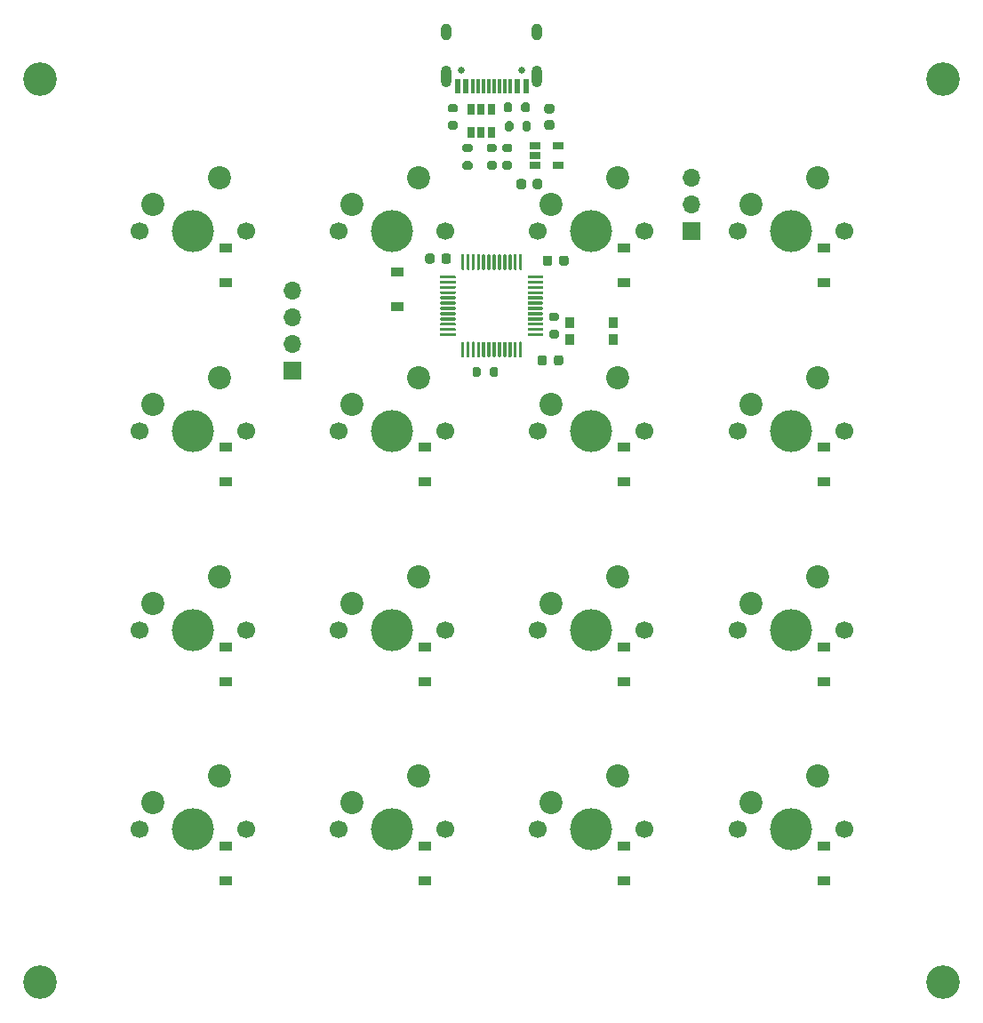
<source format=gbs>
%TF.GenerationSoftware,KiCad,Pcbnew,5.1.9+dfsg1-1+deb11u1*%
%TF.CreationDate,2023-11-03T18:58:21+01:00*%
%TF.ProjectId,pcb,7063622e-6b69-4636-9164-5f7063625858,rev?*%
%TF.SameCoordinates,Original*%
%TF.FileFunction,Soldermask,Bot*%
%TF.FilePolarity,Negative*%
%FSLAX46Y46*%
G04 Gerber Fmt 4.6, Leading zero omitted, Abs format (unit mm)*
G04 Created by KiCad (PCBNEW 5.1.9+dfsg1-1+deb11u1) date 2023-11-03 18:58:21*
%MOMM*%
%LPD*%
G01*
G04 APERTURE LIST*
%ADD10R,0.900000X1.000000*%
%ADD11R,1.700000X1.700000*%
%ADD12O,1.700000X1.700000*%
%ADD13C,3.200000*%
%ADD14R,1.060000X0.650000*%
%ADD15O,1.000000X1.600000*%
%ADD16C,0.650000*%
%ADD17O,1.000000X2.100000*%
%ADD18R,0.300000X1.450000*%
%ADD19R,0.600000X1.450000*%
%ADD20R,0.650000X1.060000*%
%ADD21R,1.200000X0.900000*%
%ADD22C,2.200000*%
%ADD23C,4.000000*%
%ADD24C,1.700000*%
G04 APERTURE END LIST*
D10*
%TO.C,SW1*%
X7450000Y18200000D03*
X7450000Y19800000D03*
X11550000Y18200000D03*
X11550000Y19800000D03*
%TD*%
D11*
%TO.C,J2*%
X19000000Y28500000D03*
D12*
X19000000Y31040000D03*
X19000000Y33580000D03*
%TD*%
D13*
%TO.C,REF\u002A\u002A*%
X-43000000Y-43000000D03*
%TD*%
%TO.C,REF\u002A\u002A*%
X43000000Y-43000000D03*
%TD*%
%TO.C,REF\u002A\u002A*%
X43000000Y43000000D03*
%TD*%
%TO.C,REF\u002A\u002A*%
X-43000000Y43000000D03*
%TD*%
D11*
%TO.C,J3*%
X-19000000Y15190000D03*
D12*
X-19000000Y17730000D03*
X-19000000Y20270000D03*
X-19000000Y22810000D03*
%TD*%
%TO.C,U1*%
G36*
G01*
X2825000Y16500000D02*
X2675000Y16500000D01*
G75*
G02*
X2600000Y16575000I0J75000D01*
G01*
X2600000Y17900000D01*
G75*
G02*
X2675000Y17975000I75000J0D01*
G01*
X2825000Y17975000D01*
G75*
G02*
X2900000Y17900000I0J-75000D01*
G01*
X2900000Y16575000D01*
G75*
G02*
X2825000Y16500000I-75000J0D01*
G01*
G37*
G36*
G01*
X2325000Y16500000D02*
X2175000Y16500000D01*
G75*
G02*
X2100000Y16575000I0J75000D01*
G01*
X2100000Y17900000D01*
G75*
G02*
X2175000Y17975000I75000J0D01*
G01*
X2325000Y17975000D01*
G75*
G02*
X2400000Y17900000I0J-75000D01*
G01*
X2400000Y16575000D01*
G75*
G02*
X2325000Y16500000I-75000J0D01*
G01*
G37*
G36*
G01*
X1825000Y16500000D02*
X1675000Y16500000D01*
G75*
G02*
X1600000Y16575000I0J75000D01*
G01*
X1600000Y17900000D01*
G75*
G02*
X1675000Y17975000I75000J0D01*
G01*
X1825000Y17975000D01*
G75*
G02*
X1900000Y17900000I0J-75000D01*
G01*
X1900000Y16575000D01*
G75*
G02*
X1825000Y16500000I-75000J0D01*
G01*
G37*
G36*
G01*
X1325000Y16500000D02*
X1175000Y16500000D01*
G75*
G02*
X1100000Y16575000I0J75000D01*
G01*
X1100000Y17900000D01*
G75*
G02*
X1175000Y17975000I75000J0D01*
G01*
X1325000Y17975000D01*
G75*
G02*
X1400000Y17900000I0J-75000D01*
G01*
X1400000Y16575000D01*
G75*
G02*
X1325000Y16500000I-75000J0D01*
G01*
G37*
G36*
G01*
X825000Y16500000D02*
X675000Y16500000D01*
G75*
G02*
X600000Y16575000I0J75000D01*
G01*
X600000Y17900000D01*
G75*
G02*
X675000Y17975000I75000J0D01*
G01*
X825000Y17975000D01*
G75*
G02*
X900000Y17900000I0J-75000D01*
G01*
X900000Y16575000D01*
G75*
G02*
X825000Y16500000I-75000J0D01*
G01*
G37*
G36*
G01*
X325000Y16500000D02*
X175000Y16500000D01*
G75*
G02*
X100000Y16575000I0J75000D01*
G01*
X100000Y17900000D01*
G75*
G02*
X175000Y17975000I75000J0D01*
G01*
X325000Y17975000D01*
G75*
G02*
X400000Y17900000I0J-75000D01*
G01*
X400000Y16575000D01*
G75*
G02*
X325000Y16500000I-75000J0D01*
G01*
G37*
G36*
G01*
X-175000Y16500000D02*
X-325000Y16500000D01*
G75*
G02*
X-400000Y16575000I0J75000D01*
G01*
X-400000Y17900000D01*
G75*
G02*
X-325000Y17975000I75000J0D01*
G01*
X-175000Y17975000D01*
G75*
G02*
X-100000Y17900000I0J-75000D01*
G01*
X-100000Y16575000D01*
G75*
G02*
X-175000Y16500000I-75000J0D01*
G01*
G37*
G36*
G01*
X-675000Y16500000D02*
X-825000Y16500000D01*
G75*
G02*
X-900000Y16575000I0J75000D01*
G01*
X-900000Y17900000D01*
G75*
G02*
X-825000Y17975000I75000J0D01*
G01*
X-675000Y17975000D01*
G75*
G02*
X-600000Y17900000I0J-75000D01*
G01*
X-600000Y16575000D01*
G75*
G02*
X-675000Y16500000I-75000J0D01*
G01*
G37*
G36*
G01*
X-1175000Y16500000D02*
X-1325000Y16500000D01*
G75*
G02*
X-1400000Y16575000I0J75000D01*
G01*
X-1400000Y17900000D01*
G75*
G02*
X-1325000Y17975000I75000J0D01*
G01*
X-1175000Y17975000D01*
G75*
G02*
X-1100000Y17900000I0J-75000D01*
G01*
X-1100000Y16575000D01*
G75*
G02*
X-1175000Y16500000I-75000J0D01*
G01*
G37*
G36*
G01*
X-1675000Y16500000D02*
X-1825000Y16500000D01*
G75*
G02*
X-1900000Y16575000I0J75000D01*
G01*
X-1900000Y17900000D01*
G75*
G02*
X-1825000Y17975000I75000J0D01*
G01*
X-1675000Y17975000D01*
G75*
G02*
X-1600000Y17900000I0J-75000D01*
G01*
X-1600000Y16575000D01*
G75*
G02*
X-1675000Y16500000I-75000J0D01*
G01*
G37*
G36*
G01*
X-2175000Y16500000D02*
X-2325000Y16500000D01*
G75*
G02*
X-2400000Y16575000I0J75000D01*
G01*
X-2400000Y17900000D01*
G75*
G02*
X-2325000Y17975000I75000J0D01*
G01*
X-2175000Y17975000D01*
G75*
G02*
X-2100000Y17900000I0J-75000D01*
G01*
X-2100000Y16575000D01*
G75*
G02*
X-2175000Y16500000I-75000J0D01*
G01*
G37*
G36*
G01*
X-2675000Y16500000D02*
X-2825000Y16500000D01*
G75*
G02*
X-2900000Y16575000I0J75000D01*
G01*
X-2900000Y17900000D01*
G75*
G02*
X-2825000Y17975000I75000J0D01*
G01*
X-2675000Y17975000D01*
G75*
G02*
X-2600000Y17900000I0J-75000D01*
G01*
X-2600000Y16575000D01*
G75*
G02*
X-2675000Y16500000I-75000J0D01*
G01*
G37*
G36*
G01*
X-3500000Y18500000D02*
X-4825000Y18500000D01*
G75*
G02*
X-4900000Y18575000I0J75000D01*
G01*
X-4900000Y18725000D01*
G75*
G02*
X-4825000Y18800000I75000J0D01*
G01*
X-3500000Y18800000D01*
G75*
G02*
X-3425000Y18725000I0J-75000D01*
G01*
X-3425000Y18575000D01*
G75*
G02*
X-3500000Y18500000I-75000J0D01*
G01*
G37*
G36*
G01*
X-3500000Y19000000D02*
X-4825000Y19000000D01*
G75*
G02*
X-4900000Y19075000I0J75000D01*
G01*
X-4900000Y19225000D01*
G75*
G02*
X-4825000Y19300000I75000J0D01*
G01*
X-3500000Y19300000D01*
G75*
G02*
X-3425000Y19225000I0J-75000D01*
G01*
X-3425000Y19075000D01*
G75*
G02*
X-3500000Y19000000I-75000J0D01*
G01*
G37*
G36*
G01*
X-3500000Y19500000D02*
X-4825000Y19500000D01*
G75*
G02*
X-4900000Y19575000I0J75000D01*
G01*
X-4900000Y19725000D01*
G75*
G02*
X-4825000Y19800000I75000J0D01*
G01*
X-3500000Y19800000D01*
G75*
G02*
X-3425000Y19725000I0J-75000D01*
G01*
X-3425000Y19575000D01*
G75*
G02*
X-3500000Y19500000I-75000J0D01*
G01*
G37*
G36*
G01*
X-3500000Y20000000D02*
X-4825000Y20000000D01*
G75*
G02*
X-4900000Y20075000I0J75000D01*
G01*
X-4900000Y20225000D01*
G75*
G02*
X-4825000Y20300000I75000J0D01*
G01*
X-3500000Y20300000D01*
G75*
G02*
X-3425000Y20225000I0J-75000D01*
G01*
X-3425000Y20075000D01*
G75*
G02*
X-3500000Y20000000I-75000J0D01*
G01*
G37*
G36*
G01*
X-3500000Y20500000D02*
X-4825000Y20500000D01*
G75*
G02*
X-4900000Y20575000I0J75000D01*
G01*
X-4900000Y20725000D01*
G75*
G02*
X-4825000Y20800000I75000J0D01*
G01*
X-3500000Y20800000D01*
G75*
G02*
X-3425000Y20725000I0J-75000D01*
G01*
X-3425000Y20575000D01*
G75*
G02*
X-3500000Y20500000I-75000J0D01*
G01*
G37*
G36*
G01*
X-3500000Y21000000D02*
X-4825000Y21000000D01*
G75*
G02*
X-4900000Y21075000I0J75000D01*
G01*
X-4900000Y21225000D01*
G75*
G02*
X-4825000Y21300000I75000J0D01*
G01*
X-3500000Y21300000D01*
G75*
G02*
X-3425000Y21225000I0J-75000D01*
G01*
X-3425000Y21075000D01*
G75*
G02*
X-3500000Y21000000I-75000J0D01*
G01*
G37*
G36*
G01*
X-3500000Y21500000D02*
X-4825000Y21500000D01*
G75*
G02*
X-4900000Y21575000I0J75000D01*
G01*
X-4900000Y21725000D01*
G75*
G02*
X-4825000Y21800000I75000J0D01*
G01*
X-3500000Y21800000D01*
G75*
G02*
X-3425000Y21725000I0J-75000D01*
G01*
X-3425000Y21575000D01*
G75*
G02*
X-3500000Y21500000I-75000J0D01*
G01*
G37*
G36*
G01*
X-3500000Y22000000D02*
X-4825000Y22000000D01*
G75*
G02*
X-4900000Y22075000I0J75000D01*
G01*
X-4900000Y22225000D01*
G75*
G02*
X-4825000Y22300000I75000J0D01*
G01*
X-3500000Y22300000D01*
G75*
G02*
X-3425000Y22225000I0J-75000D01*
G01*
X-3425000Y22075000D01*
G75*
G02*
X-3500000Y22000000I-75000J0D01*
G01*
G37*
G36*
G01*
X-3500000Y22500000D02*
X-4825000Y22500000D01*
G75*
G02*
X-4900000Y22575000I0J75000D01*
G01*
X-4900000Y22725000D01*
G75*
G02*
X-4825000Y22800000I75000J0D01*
G01*
X-3500000Y22800000D01*
G75*
G02*
X-3425000Y22725000I0J-75000D01*
G01*
X-3425000Y22575000D01*
G75*
G02*
X-3500000Y22500000I-75000J0D01*
G01*
G37*
G36*
G01*
X-3500000Y23000000D02*
X-4825000Y23000000D01*
G75*
G02*
X-4900000Y23075000I0J75000D01*
G01*
X-4900000Y23225000D01*
G75*
G02*
X-4825000Y23300000I75000J0D01*
G01*
X-3500000Y23300000D01*
G75*
G02*
X-3425000Y23225000I0J-75000D01*
G01*
X-3425000Y23075000D01*
G75*
G02*
X-3500000Y23000000I-75000J0D01*
G01*
G37*
G36*
G01*
X-3500000Y23500000D02*
X-4825000Y23500000D01*
G75*
G02*
X-4900000Y23575000I0J75000D01*
G01*
X-4900000Y23725000D01*
G75*
G02*
X-4825000Y23800000I75000J0D01*
G01*
X-3500000Y23800000D01*
G75*
G02*
X-3425000Y23725000I0J-75000D01*
G01*
X-3425000Y23575000D01*
G75*
G02*
X-3500000Y23500000I-75000J0D01*
G01*
G37*
G36*
G01*
X-3500000Y24000000D02*
X-4825000Y24000000D01*
G75*
G02*
X-4900000Y24075000I0J75000D01*
G01*
X-4900000Y24225000D01*
G75*
G02*
X-4825000Y24300000I75000J0D01*
G01*
X-3500000Y24300000D01*
G75*
G02*
X-3425000Y24225000I0J-75000D01*
G01*
X-3425000Y24075000D01*
G75*
G02*
X-3500000Y24000000I-75000J0D01*
G01*
G37*
G36*
G01*
X-2675000Y24825000D02*
X-2825000Y24825000D01*
G75*
G02*
X-2900000Y24900000I0J75000D01*
G01*
X-2900000Y26225000D01*
G75*
G02*
X-2825000Y26300000I75000J0D01*
G01*
X-2675000Y26300000D01*
G75*
G02*
X-2600000Y26225000I0J-75000D01*
G01*
X-2600000Y24900000D01*
G75*
G02*
X-2675000Y24825000I-75000J0D01*
G01*
G37*
G36*
G01*
X-2175000Y24825000D02*
X-2325000Y24825000D01*
G75*
G02*
X-2400000Y24900000I0J75000D01*
G01*
X-2400000Y26225000D01*
G75*
G02*
X-2325000Y26300000I75000J0D01*
G01*
X-2175000Y26300000D01*
G75*
G02*
X-2100000Y26225000I0J-75000D01*
G01*
X-2100000Y24900000D01*
G75*
G02*
X-2175000Y24825000I-75000J0D01*
G01*
G37*
G36*
G01*
X-1675000Y24825000D02*
X-1825000Y24825000D01*
G75*
G02*
X-1900000Y24900000I0J75000D01*
G01*
X-1900000Y26225000D01*
G75*
G02*
X-1825000Y26300000I75000J0D01*
G01*
X-1675000Y26300000D01*
G75*
G02*
X-1600000Y26225000I0J-75000D01*
G01*
X-1600000Y24900000D01*
G75*
G02*
X-1675000Y24825000I-75000J0D01*
G01*
G37*
G36*
G01*
X-1175000Y24825000D02*
X-1325000Y24825000D01*
G75*
G02*
X-1400000Y24900000I0J75000D01*
G01*
X-1400000Y26225000D01*
G75*
G02*
X-1325000Y26300000I75000J0D01*
G01*
X-1175000Y26300000D01*
G75*
G02*
X-1100000Y26225000I0J-75000D01*
G01*
X-1100000Y24900000D01*
G75*
G02*
X-1175000Y24825000I-75000J0D01*
G01*
G37*
G36*
G01*
X-675000Y24825000D02*
X-825000Y24825000D01*
G75*
G02*
X-900000Y24900000I0J75000D01*
G01*
X-900000Y26225000D01*
G75*
G02*
X-825000Y26300000I75000J0D01*
G01*
X-675000Y26300000D01*
G75*
G02*
X-600000Y26225000I0J-75000D01*
G01*
X-600000Y24900000D01*
G75*
G02*
X-675000Y24825000I-75000J0D01*
G01*
G37*
G36*
G01*
X-175000Y24825000D02*
X-325000Y24825000D01*
G75*
G02*
X-400000Y24900000I0J75000D01*
G01*
X-400000Y26225000D01*
G75*
G02*
X-325000Y26300000I75000J0D01*
G01*
X-175000Y26300000D01*
G75*
G02*
X-100000Y26225000I0J-75000D01*
G01*
X-100000Y24900000D01*
G75*
G02*
X-175000Y24825000I-75000J0D01*
G01*
G37*
G36*
G01*
X325000Y24825000D02*
X175000Y24825000D01*
G75*
G02*
X100000Y24900000I0J75000D01*
G01*
X100000Y26225000D01*
G75*
G02*
X175000Y26300000I75000J0D01*
G01*
X325000Y26300000D01*
G75*
G02*
X400000Y26225000I0J-75000D01*
G01*
X400000Y24900000D01*
G75*
G02*
X325000Y24825000I-75000J0D01*
G01*
G37*
G36*
G01*
X825000Y24825000D02*
X675000Y24825000D01*
G75*
G02*
X600000Y24900000I0J75000D01*
G01*
X600000Y26225000D01*
G75*
G02*
X675000Y26300000I75000J0D01*
G01*
X825000Y26300000D01*
G75*
G02*
X900000Y26225000I0J-75000D01*
G01*
X900000Y24900000D01*
G75*
G02*
X825000Y24825000I-75000J0D01*
G01*
G37*
G36*
G01*
X1325000Y24825000D02*
X1175000Y24825000D01*
G75*
G02*
X1100000Y24900000I0J75000D01*
G01*
X1100000Y26225000D01*
G75*
G02*
X1175000Y26300000I75000J0D01*
G01*
X1325000Y26300000D01*
G75*
G02*
X1400000Y26225000I0J-75000D01*
G01*
X1400000Y24900000D01*
G75*
G02*
X1325000Y24825000I-75000J0D01*
G01*
G37*
G36*
G01*
X1825000Y24825000D02*
X1675000Y24825000D01*
G75*
G02*
X1600000Y24900000I0J75000D01*
G01*
X1600000Y26225000D01*
G75*
G02*
X1675000Y26300000I75000J0D01*
G01*
X1825000Y26300000D01*
G75*
G02*
X1900000Y26225000I0J-75000D01*
G01*
X1900000Y24900000D01*
G75*
G02*
X1825000Y24825000I-75000J0D01*
G01*
G37*
G36*
G01*
X2325000Y24825000D02*
X2175000Y24825000D01*
G75*
G02*
X2100000Y24900000I0J75000D01*
G01*
X2100000Y26225000D01*
G75*
G02*
X2175000Y26300000I75000J0D01*
G01*
X2325000Y26300000D01*
G75*
G02*
X2400000Y26225000I0J-75000D01*
G01*
X2400000Y24900000D01*
G75*
G02*
X2325000Y24825000I-75000J0D01*
G01*
G37*
G36*
G01*
X2825000Y24825000D02*
X2675000Y24825000D01*
G75*
G02*
X2600000Y24900000I0J75000D01*
G01*
X2600000Y26225000D01*
G75*
G02*
X2675000Y26300000I75000J0D01*
G01*
X2825000Y26300000D01*
G75*
G02*
X2900000Y26225000I0J-75000D01*
G01*
X2900000Y24900000D01*
G75*
G02*
X2825000Y24825000I-75000J0D01*
G01*
G37*
G36*
G01*
X4825000Y24000000D02*
X3500000Y24000000D01*
G75*
G02*
X3425000Y24075000I0J75000D01*
G01*
X3425000Y24225000D01*
G75*
G02*
X3500000Y24300000I75000J0D01*
G01*
X4825000Y24300000D01*
G75*
G02*
X4900000Y24225000I0J-75000D01*
G01*
X4900000Y24075000D01*
G75*
G02*
X4825000Y24000000I-75000J0D01*
G01*
G37*
G36*
G01*
X4825000Y23500000D02*
X3500000Y23500000D01*
G75*
G02*
X3425000Y23575000I0J75000D01*
G01*
X3425000Y23725000D01*
G75*
G02*
X3500000Y23800000I75000J0D01*
G01*
X4825000Y23800000D01*
G75*
G02*
X4900000Y23725000I0J-75000D01*
G01*
X4900000Y23575000D01*
G75*
G02*
X4825000Y23500000I-75000J0D01*
G01*
G37*
G36*
G01*
X4825000Y23000000D02*
X3500000Y23000000D01*
G75*
G02*
X3425000Y23075000I0J75000D01*
G01*
X3425000Y23225000D01*
G75*
G02*
X3500000Y23300000I75000J0D01*
G01*
X4825000Y23300000D01*
G75*
G02*
X4900000Y23225000I0J-75000D01*
G01*
X4900000Y23075000D01*
G75*
G02*
X4825000Y23000000I-75000J0D01*
G01*
G37*
G36*
G01*
X4825000Y22500000D02*
X3500000Y22500000D01*
G75*
G02*
X3425000Y22575000I0J75000D01*
G01*
X3425000Y22725000D01*
G75*
G02*
X3500000Y22800000I75000J0D01*
G01*
X4825000Y22800000D01*
G75*
G02*
X4900000Y22725000I0J-75000D01*
G01*
X4900000Y22575000D01*
G75*
G02*
X4825000Y22500000I-75000J0D01*
G01*
G37*
G36*
G01*
X4825000Y22000000D02*
X3500000Y22000000D01*
G75*
G02*
X3425000Y22075000I0J75000D01*
G01*
X3425000Y22225000D01*
G75*
G02*
X3500000Y22300000I75000J0D01*
G01*
X4825000Y22300000D01*
G75*
G02*
X4900000Y22225000I0J-75000D01*
G01*
X4900000Y22075000D01*
G75*
G02*
X4825000Y22000000I-75000J0D01*
G01*
G37*
G36*
G01*
X4825000Y21500000D02*
X3500000Y21500000D01*
G75*
G02*
X3425000Y21575000I0J75000D01*
G01*
X3425000Y21725000D01*
G75*
G02*
X3500000Y21800000I75000J0D01*
G01*
X4825000Y21800000D01*
G75*
G02*
X4900000Y21725000I0J-75000D01*
G01*
X4900000Y21575000D01*
G75*
G02*
X4825000Y21500000I-75000J0D01*
G01*
G37*
G36*
G01*
X4825000Y21000000D02*
X3500000Y21000000D01*
G75*
G02*
X3425000Y21075000I0J75000D01*
G01*
X3425000Y21225000D01*
G75*
G02*
X3500000Y21300000I75000J0D01*
G01*
X4825000Y21300000D01*
G75*
G02*
X4900000Y21225000I0J-75000D01*
G01*
X4900000Y21075000D01*
G75*
G02*
X4825000Y21000000I-75000J0D01*
G01*
G37*
G36*
G01*
X4825000Y20500000D02*
X3500000Y20500000D01*
G75*
G02*
X3425000Y20575000I0J75000D01*
G01*
X3425000Y20725000D01*
G75*
G02*
X3500000Y20800000I75000J0D01*
G01*
X4825000Y20800000D01*
G75*
G02*
X4900000Y20725000I0J-75000D01*
G01*
X4900000Y20575000D01*
G75*
G02*
X4825000Y20500000I-75000J0D01*
G01*
G37*
G36*
G01*
X4825000Y20000000D02*
X3500000Y20000000D01*
G75*
G02*
X3425000Y20075000I0J75000D01*
G01*
X3425000Y20225000D01*
G75*
G02*
X3500000Y20300000I75000J0D01*
G01*
X4825000Y20300000D01*
G75*
G02*
X4900000Y20225000I0J-75000D01*
G01*
X4900000Y20075000D01*
G75*
G02*
X4825000Y20000000I-75000J0D01*
G01*
G37*
G36*
G01*
X4825000Y19500000D02*
X3500000Y19500000D01*
G75*
G02*
X3425000Y19575000I0J75000D01*
G01*
X3425000Y19725000D01*
G75*
G02*
X3500000Y19800000I75000J0D01*
G01*
X4825000Y19800000D01*
G75*
G02*
X4900000Y19725000I0J-75000D01*
G01*
X4900000Y19575000D01*
G75*
G02*
X4825000Y19500000I-75000J0D01*
G01*
G37*
G36*
G01*
X4825000Y19000000D02*
X3500000Y19000000D01*
G75*
G02*
X3425000Y19075000I0J75000D01*
G01*
X3425000Y19225000D01*
G75*
G02*
X3500000Y19300000I75000J0D01*
G01*
X4825000Y19300000D01*
G75*
G02*
X4900000Y19225000I0J-75000D01*
G01*
X4900000Y19075000D01*
G75*
G02*
X4825000Y19000000I-75000J0D01*
G01*
G37*
G36*
G01*
X4825000Y18500000D02*
X3500000Y18500000D01*
G75*
G02*
X3425000Y18575000I0J75000D01*
G01*
X3425000Y18725000D01*
G75*
G02*
X3500000Y18800000I75000J0D01*
G01*
X4825000Y18800000D01*
G75*
G02*
X4900000Y18725000I0J-75000D01*
G01*
X4900000Y18575000D01*
G75*
G02*
X4825000Y18500000I-75000J0D01*
G01*
G37*
%TD*%
D14*
%TO.C,U2*%
X4100000Y34750000D03*
X4100000Y35700000D03*
X4100000Y36650000D03*
X6300000Y36650000D03*
X6300000Y34750000D03*
%TD*%
D15*
%TO.C,J1*%
X4320000Y47450001D03*
D16*
X2890000Y43800001D03*
D15*
X-4320000Y47450001D03*
D16*
X-2890000Y43800001D03*
D17*
X-4320000Y43270001D03*
X4320000Y43270001D03*
D18*
X-250000Y42355001D03*
X1750000Y42355001D03*
X1250000Y42355001D03*
X750000Y42355001D03*
X250000Y42355001D03*
X-750000Y42355001D03*
X-1250000Y42355001D03*
X-1750000Y42355001D03*
D19*
X3250000Y42355001D03*
X2450000Y42355001D03*
X-2450000Y42355001D03*
X-3250000Y42355001D03*
X-3250000Y42355001D03*
X-2450000Y42355001D03*
X2450000Y42355001D03*
X3250000Y42355001D03*
%TD*%
%TO.C,R5*%
G36*
G01*
X1975000Y40575000D02*
X1975000Y40025000D01*
G75*
G02*
X1775000Y39825000I-200000J0D01*
G01*
X1375000Y39825000D01*
G75*
G02*
X1175000Y40025000I0J200000D01*
G01*
X1175000Y40575000D01*
G75*
G02*
X1375000Y40775000I200000J0D01*
G01*
X1775000Y40775000D01*
G75*
G02*
X1975000Y40575000I0J-200000D01*
G01*
G37*
G36*
G01*
X3625000Y40575000D02*
X3625000Y40025000D01*
G75*
G02*
X3425000Y39825000I-200000J0D01*
G01*
X3025000Y39825000D01*
G75*
G02*
X2825000Y40025000I0J200000D01*
G01*
X2825000Y40575000D01*
G75*
G02*
X3025000Y40775000I200000J0D01*
G01*
X3425000Y40775000D01*
G75*
G02*
X3625000Y40575000I0J-200000D01*
G01*
G37*
%TD*%
%TO.C,R4*%
G36*
G01*
X-3425000Y38175000D02*
X-3975000Y38175000D01*
G75*
G02*
X-4175000Y38375000I0J200000D01*
G01*
X-4175000Y38775000D01*
G75*
G02*
X-3975000Y38975000I200000J0D01*
G01*
X-3425000Y38975000D01*
G75*
G02*
X-3225000Y38775000I0J-200000D01*
G01*
X-3225000Y38375000D01*
G75*
G02*
X-3425000Y38175000I-200000J0D01*
G01*
G37*
G36*
G01*
X-3425000Y39825000D02*
X-3975000Y39825000D01*
G75*
G02*
X-4175000Y40025000I0J200000D01*
G01*
X-4175000Y40425000D01*
G75*
G02*
X-3975000Y40625000I200000J0D01*
G01*
X-3425000Y40625000D01*
G75*
G02*
X-3225000Y40425000I0J-200000D01*
G01*
X-3225000Y40025000D01*
G75*
G02*
X-3425000Y39825000I-200000J0D01*
G01*
G37*
%TD*%
%TO.C,R6*%
G36*
G01*
X-275000Y36825000D02*
X275000Y36825000D01*
G75*
G02*
X475000Y36625000I0J-200000D01*
G01*
X475000Y36225000D01*
G75*
G02*
X275000Y36025000I-200000J0D01*
G01*
X-275000Y36025000D01*
G75*
G02*
X-475000Y36225000I0J200000D01*
G01*
X-475000Y36625000D01*
G75*
G02*
X-275000Y36825000I200000J0D01*
G01*
G37*
G36*
G01*
X-275000Y35175000D02*
X275000Y35175000D01*
G75*
G02*
X475000Y34975000I0J-200000D01*
G01*
X475000Y34575000D01*
G75*
G02*
X275000Y34375000I-200000J0D01*
G01*
X-275000Y34375000D01*
G75*
G02*
X-475000Y34575000I0J200000D01*
G01*
X-475000Y34975000D01*
G75*
G02*
X-275000Y35175000I200000J0D01*
G01*
G37*
%TD*%
%TO.C,R7*%
G36*
G01*
X-2575000Y35175000D02*
X-2025000Y35175000D01*
G75*
G02*
X-1825000Y34975000I0J-200000D01*
G01*
X-1825000Y34575000D01*
G75*
G02*
X-2025000Y34375000I-200000J0D01*
G01*
X-2575000Y34375000D01*
G75*
G02*
X-2775000Y34575000I0J200000D01*
G01*
X-2775000Y34975000D01*
G75*
G02*
X-2575000Y35175000I200000J0D01*
G01*
G37*
G36*
G01*
X-2575000Y36825000D02*
X-2025000Y36825000D01*
G75*
G02*
X-1825000Y36625000I0J-200000D01*
G01*
X-1825000Y36225000D01*
G75*
G02*
X-2025000Y36025000I-200000J0D01*
G01*
X-2575000Y36025000D01*
G75*
G02*
X-2775000Y36225000I0J200000D01*
G01*
X-2775000Y36625000D01*
G75*
G02*
X-2575000Y36825000I200000J0D01*
G01*
G37*
%TD*%
%TO.C,R8*%
G36*
G01*
X1225000Y35175000D02*
X1775000Y35175000D01*
G75*
G02*
X1975000Y34975000I0J-200000D01*
G01*
X1975000Y34575000D01*
G75*
G02*
X1775000Y34375000I-200000J0D01*
G01*
X1225000Y34375000D01*
G75*
G02*
X1025000Y34575000I0J200000D01*
G01*
X1025000Y34975000D01*
G75*
G02*
X1225000Y35175000I200000J0D01*
G01*
G37*
G36*
G01*
X1225000Y36825000D02*
X1775000Y36825000D01*
G75*
G02*
X1975000Y36625000I0J-200000D01*
G01*
X1975000Y36225000D01*
G75*
G02*
X1775000Y36025000I-200000J0D01*
G01*
X1225000Y36025000D01*
G75*
G02*
X1025000Y36225000I0J200000D01*
G01*
X1025000Y36625000D01*
G75*
G02*
X1225000Y36825000I200000J0D01*
G01*
G37*
%TD*%
D20*
%TO.C,U3*%
X-50000Y37900000D03*
X-1000000Y37900000D03*
X-1950000Y37900000D03*
X-1950000Y40100000D03*
X-50000Y40100000D03*
X-1000000Y40100000D03*
%TD*%
%TO.C,C1*%
G36*
G01*
X5750000Y38175000D02*
X5250000Y38175000D01*
G75*
G02*
X5025000Y38400000I0J225000D01*
G01*
X5025000Y38850000D01*
G75*
G02*
X5250000Y39075000I225000J0D01*
G01*
X5750000Y39075000D01*
G75*
G02*
X5975000Y38850000I0J-225000D01*
G01*
X5975000Y38400000D01*
G75*
G02*
X5750000Y38175000I-225000J0D01*
G01*
G37*
G36*
G01*
X5750000Y39725000D02*
X5250000Y39725000D01*
G75*
G02*
X5025000Y39950000I0J225000D01*
G01*
X5025000Y40400000D01*
G75*
G02*
X5250000Y40625000I225000J0D01*
G01*
X5750000Y40625000D01*
G75*
G02*
X5975000Y40400000I0J-225000D01*
G01*
X5975000Y39950000D01*
G75*
G02*
X5750000Y39725000I-225000J0D01*
G01*
G37*
%TD*%
%TO.C,C3*%
G36*
G01*
X4825000Y33250000D02*
X4825000Y32750000D01*
G75*
G02*
X4600000Y32525000I-225000J0D01*
G01*
X4150000Y32525000D01*
G75*
G02*
X3925000Y32750000I0J225000D01*
G01*
X3925000Y33250000D01*
G75*
G02*
X4150000Y33475000I225000J0D01*
G01*
X4600000Y33475000D01*
G75*
G02*
X4825000Y33250000I0J-225000D01*
G01*
G37*
G36*
G01*
X3275000Y33250000D02*
X3275000Y32750000D01*
G75*
G02*
X3050000Y32525000I-225000J0D01*
G01*
X2600000Y32525000D01*
G75*
G02*
X2375000Y32750000I0J225000D01*
G01*
X2375000Y33250000D01*
G75*
G02*
X2600000Y33475000I225000J0D01*
G01*
X3050000Y33475000D01*
G75*
G02*
X3275000Y33250000I0J-225000D01*
G01*
G37*
%TD*%
%TO.C,FB1*%
G36*
G01*
X1275000Y38225000D02*
X1275000Y38775000D01*
G75*
G02*
X1475000Y38975000I200000J0D01*
G01*
X1875000Y38975000D01*
G75*
G02*
X2075000Y38775000I0J-200000D01*
G01*
X2075000Y38225000D01*
G75*
G02*
X1875000Y38025000I-200000J0D01*
G01*
X1475000Y38025000D01*
G75*
G02*
X1275000Y38225000I0J200000D01*
G01*
G37*
G36*
G01*
X2925000Y38225000D02*
X2925000Y38775000D01*
G75*
G02*
X3125000Y38975000I200000J0D01*
G01*
X3525000Y38975000D01*
G75*
G02*
X3725000Y38775000I0J-200000D01*
G01*
X3725000Y38225000D01*
G75*
G02*
X3525000Y38025000I-200000J0D01*
G01*
X3125000Y38025000D01*
G75*
G02*
X2925000Y38225000I0J200000D01*
G01*
G37*
%TD*%
%TO.C,C8*%
G36*
G01*
X6425000Y25450000D02*
X6425000Y25950000D01*
G75*
G02*
X6650000Y26175000I225000J0D01*
G01*
X7100000Y26175000D01*
G75*
G02*
X7325000Y25950000I0J-225000D01*
G01*
X7325000Y25450000D01*
G75*
G02*
X7100000Y25225000I-225000J0D01*
G01*
X6650000Y25225000D01*
G75*
G02*
X6425000Y25450000I0J225000D01*
G01*
G37*
G36*
G01*
X4875000Y25450000D02*
X4875000Y25950000D01*
G75*
G02*
X5100000Y26175000I225000J0D01*
G01*
X5550000Y26175000D01*
G75*
G02*
X5775000Y25950000I0J-225000D01*
G01*
X5775000Y25450000D01*
G75*
G02*
X5550000Y25225000I-225000J0D01*
G01*
X5100000Y25225000D01*
G75*
G02*
X4875000Y25450000I0J225000D01*
G01*
G37*
%TD*%
%TO.C,C9*%
G36*
G01*
X-3875000Y26150000D02*
X-3875000Y25650000D01*
G75*
G02*
X-4100000Y25425000I-225000J0D01*
G01*
X-4550000Y25425000D01*
G75*
G02*
X-4775000Y25650000I0J225000D01*
G01*
X-4775000Y26150000D01*
G75*
G02*
X-4550000Y26375000I225000J0D01*
G01*
X-4100000Y26375000D01*
G75*
G02*
X-3875000Y26150000I0J-225000D01*
G01*
G37*
G36*
G01*
X-5425000Y26150000D02*
X-5425000Y25650000D01*
G75*
G02*
X-5650000Y25425000I-225000J0D01*
G01*
X-6100000Y25425000D01*
G75*
G02*
X-6325000Y25650000I0J225000D01*
G01*
X-6325000Y26150000D01*
G75*
G02*
X-6100000Y26375000I225000J0D01*
G01*
X-5650000Y26375000D01*
G75*
G02*
X-5425000Y26150000I0J-225000D01*
G01*
G37*
%TD*%
%TO.C,C10*%
G36*
G01*
X5925000Y15950000D02*
X5925000Y16450000D01*
G75*
G02*
X6150000Y16675000I225000J0D01*
G01*
X6600000Y16675000D01*
G75*
G02*
X6825000Y16450000I0J-225000D01*
G01*
X6825000Y15950000D01*
G75*
G02*
X6600000Y15725000I-225000J0D01*
G01*
X6150000Y15725000D01*
G75*
G02*
X5925000Y15950000I0J225000D01*
G01*
G37*
G36*
G01*
X4375000Y15950000D02*
X4375000Y16450000D01*
G75*
G02*
X4600000Y16675000I225000J0D01*
G01*
X5050000Y16675000D01*
G75*
G02*
X5275000Y16450000I0J-225000D01*
G01*
X5275000Y15950000D01*
G75*
G02*
X5050000Y15725000I-225000J0D01*
G01*
X4600000Y15725000D01*
G75*
G02*
X4375000Y15950000I0J225000D01*
G01*
G37*
%TD*%
%TO.C,R1*%
G36*
G01*
X6225000Y18295000D02*
X5675000Y18295000D01*
G75*
G02*
X5475000Y18495000I0J200000D01*
G01*
X5475000Y18895000D01*
G75*
G02*
X5675000Y19095000I200000J0D01*
G01*
X6225000Y19095000D01*
G75*
G02*
X6425000Y18895000I0J-200000D01*
G01*
X6425000Y18495000D01*
G75*
G02*
X6225000Y18295000I-200000J0D01*
G01*
G37*
G36*
G01*
X6225000Y19945000D02*
X5675000Y19945000D01*
G75*
G02*
X5475000Y20145000I0J200000D01*
G01*
X5475000Y20545000D01*
G75*
G02*
X5675000Y20745000I200000J0D01*
G01*
X6225000Y20745000D01*
G75*
G02*
X6425000Y20545000I0J-200000D01*
G01*
X6425000Y20145000D01*
G75*
G02*
X6225000Y19945000I-200000J0D01*
G01*
G37*
%TD*%
D21*
%TO.C,D5*%
X-25360000Y26930000D03*
X-25360000Y23630000D03*
%TD*%
%TO.C,D6*%
X-25360000Y7930000D03*
X-25360000Y4630000D03*
%TD*%
%TO.C,D7*%
X-25360000Y-14370000D03*
X-25360000Y-11070000D03*
%TD*%
%TO.C,D8*%
X-25360000Y-33370000D03*
X-25360000Y-30070000D03*
%TD*%
%TO.C,D9*%
X-9000000Y21350000D03*
X-9000000Y24650000D03*
%TD*%
%TO.C,D10*%
X-6360000Y4630000D03*
X-6360000Y7930000D03*
%TD*%
%TO.C,D11*%
X-6360000Y-14370000D03*
X-6360000Y-11070000D03*
%TD*%
%TO.C,D12*%
X-6360000Y-30070000D03*
X-6360000Y-33370000D03*
%TD*%
%TO.C,D13*%
X12640000Y26930000D03*
X12640000Y23630000D03*
%TD*%
%TO.C,D14*%
X12640000Y7930000D03*
X12640000Y4630000D03*
%TD*%
%TO.C,D15*%
X12640000Y-14370000D03*
X12640000Y-11070000D03*
%TD*%
%TO.C,D16*%
X12640000Y-33370000D03*
X12640000Y-30070000D03*
%TD*%
%TO.C,D17*%
X31640000Y26930000D03*
X31640000Y23630000D03*
%TD*%
%TO.C,D18*%
X31640000Y4630000D03*
X31640000Y7930000D03*
%TD*%
%TO.C,D19*%
X31640000Y-11070000D03*
X31640000Y-14370000D03*
%TD*%
%TO.C,D20*%
X31640000Y-30070000D03*
X31640000Y-33370000D03*
%TD*%
D22*
%TO.C,SW2*%
X-25960000Y33580000D03*
X-32310000Y31040000D03*
D23*
X-28500000Y28500000D03*
D24*
X-33580000Y28500000D03*
X-23420000Y28500000D03*
%TD*%
D22*
%TO.C,SW3*%
X-25960000Y14580000D03*
X-32310000Y12040000D03*
D23*
X-28500000Y9500000D03*
D24*
X-33580000Y9500000D03*
X-23420000Y9500000D03*
%TD*%
%TO.C,SW4*%
X-23420000Y-9500000D03*
X-33580000Y-9500000D03*
D23*
X-28500000Y-9500000D03*
D22*
X-32310000Y-6960000D03*
X-25960000Y-4420000D03*
%TD*%
D24*
%TO.C,SW5*%
X-23420000Y-28500000D03*
X-33580000Y-28500000D03*
D23*
X-28500000Y-28500000D03*
D22*
X-32310000Y-25960000D03*
X-25960000Y-23420000D03*
%TD*%
%TO.C,SW6*%
X-6960000Y33580000D03*
X-13310000Y31040000D03*
D23*
X-9500000Y28500000D03*
D24*
X-14580000Y28500000D03*
X-4420000Y28500000D03*
%TD*%
D22*
%TO.C,SW7*%
X-6960000Y14580000D03*
X-13310000Y12040000D03*
D23*
X-9500000Y9500000D03*
D24*
X-14580000Y9500000D03*
X-4420000Y9500000D03*
%TD*%
%TO.C,SW8*%
X-4420000Y-9500000D03*
X-14580000Y-9500000D03*
D23*
X-9500000Y-9500000D03*
D22*
X-13310000Y-6960000D03*
X-6960000Y-4420000D03*
%TD*%
D24*
%TO.C,SW9*%
X-4420000Y-28500000D03*
X-14580000Y-28500000D03*
D23*
X-9500000Y-28500000D03*
D22*
X-13310000Y-25960000D03*
X-6960000Y-23420000D03*
%TD*%
D24*
%TO.C,SW10*%
X14580000Y28500000D03*
X4420000Y28500000D03*
D23*
X9500000Y28500000D03*
D22*
X5690000Y31040000D03*
X12040000Y33580000D03*
%TD*%
%TO.C,SW11*%
X12040000Y14580000D03*
X5690000Y12040000D03*
D23*
X9500000Y9500000D03*
D24*
X4420000Y9500000D03*
X14580000Y9500000D03*
%TD*%
%TO.C,SW12*%
X14580000Y-9500000D03*
X4420000Y-9500000D03*
D23*
X9500000Y-9500000D03*
D22*
X5690000Y-6960000D03*
X12040000Y-4420000D03*
%TD*%
%TO.C,SW13*%
X12040000Y-23420000D03*
X5690000Y-25960000D03*
D23*
X9500000Y-28500000D03*
D24*
X4420000Y-28500000D03*
X14580000Y-28500000D03*
%TD*%
D22*
%TO.C,SW14*%
X31040000Y33580000D03*
X24690000Y31040000D03*
D23*
X28500000Y28500000D03*
D24*
X23420000Y28500000D03*
X33580000Y28500000D03*
%TD*%
%TO.C,SW15*%
X33580000Y9500000D03*
X23420000Y9500000D03*
D23*
X28500000Y9500000D03*
D22*
X24690000Y12040000D03*
X31040000Y14580000D03*
%TD*%
D24*
%TO.C,SW16*%
X33580000Y-9500000D03*
X23420000Y-9500000D03*
D23*
X28500000Y-9500000D03*
D22*
X24690000Y-6960000D03*
X31040000Y-4420000D03*
%TD*%
%TO.C,SW17*%
X31040000Y-23420000D03*
X24690000Y-25960000D03*
D23*
X28500000Y-28500000D03*
D24*
X23420000Y-28500000D03*
X33580000Y-28500000D03*
%TD*%
%TO.C,R2*%
G36*
G01*
X-1825000Y14825000D02*
X-1825000Y15375000D01*
G75*
G02*
X-1625000Y15575000I200000J0D01*
G01*
X-1225000Y15575000D01*
G75*
G02*
X-1025000Y15375000I0J-200000D01*
G01*
X-1025000Y14825000D01*
G75*
G02*
X-1225000Y14625000I-200000J0D01*
G01*
X-1625000Y14625000D01*
G75*
G02*
X-1825000Y14825000I0J200000D01*
G01*
G37*
G36*
G01*
X-175000Y14825000D02*
X-175000Y15375000D01*
G75*
G02*
X25000Y15575000I200000J0D01*
G01*
X425000Y15575000D01*
G75*
G02*
X625000Y15375000I0J-200000D01*
G01*
X625000Y14825000D01*
G75*
G02*
X425000Y14625000I-200000J0D01*
G01*
X25000Y14625000D01*
G75*
G02*
X-175000Y14825000I0J200000D01*
G01*
G37*
%TD*%
M02*

</source>
